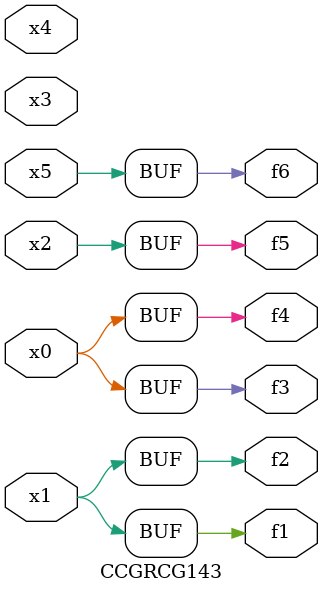
<source format=v>
module CCGRCG143(
	input x0, x1, x2, x3, x4, x5,
	output f1, f2, f3, f4, f5, f6
);
	assign f1 = x1;
	assign f2 = x1;
	assign f3 = x0;
	assign f4 = x0;
	assign f5 = x2;
	assign f6 = x5;
endmodule

</source>
